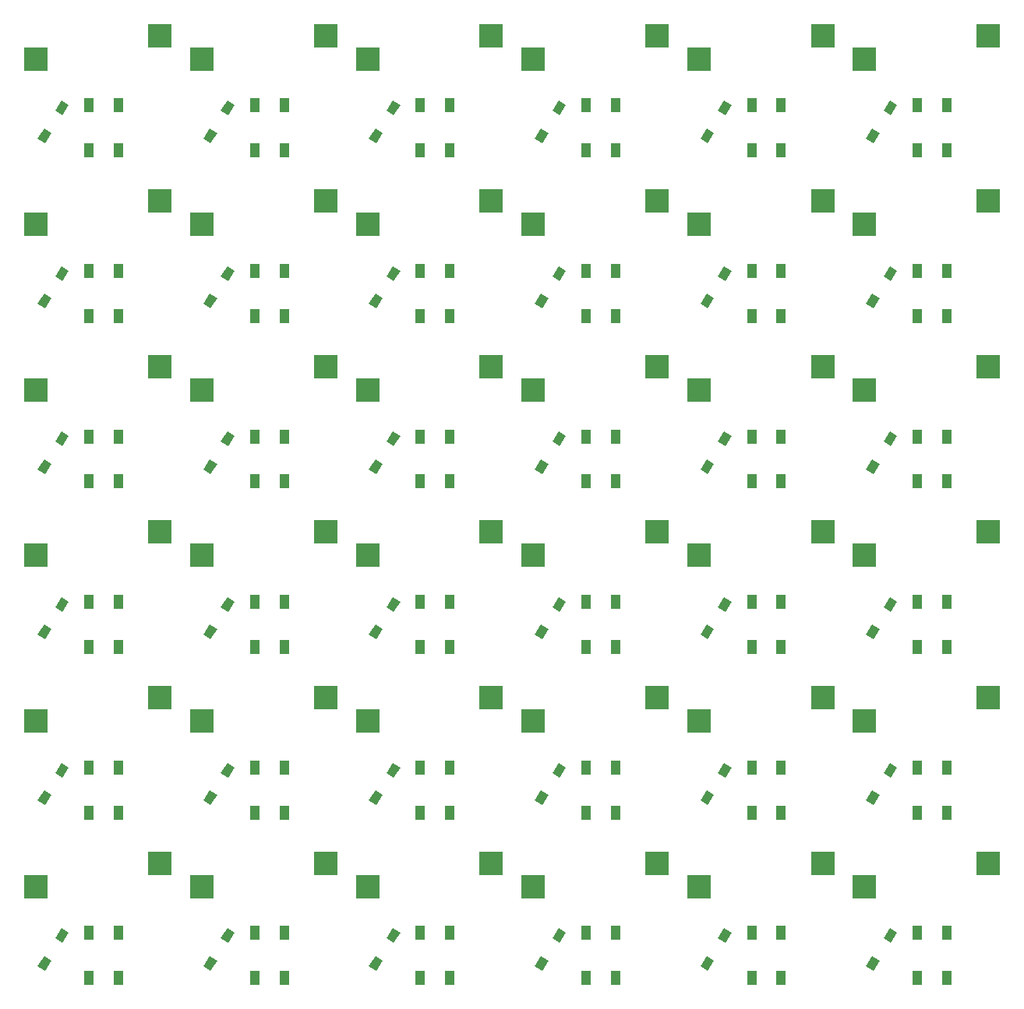
<source format=gbp>
G04 #@! TF.GenerationSoftware,KiCad,Pcbnew,(5.1.5-0-10_14)*
G04 #@! TF.CreationDate,2020-05-05T10:05:08-04:00*
G04 #@! TF.ProjectId,plate,706c6174-652e-46b6-9963-61645f706362,1*
G04 #@! TF.SameCoordinates,Original*
G04 #@! TF.FileFunction,Paste,Bot*
G04 #@! TF.FilePolarity,Positive*
%FSLAX46Y46*%
G04 Gerber Fmt 4.6, Leading zero omitted, Abs format (unit mm)*
G04 Created by KiCad (PCBNEW (5.1.5-0-10_14)) date 2020-05-05 10:05:08*
%MOMM*%
%LPD*%
G04 APERTURE LIST*
%ADD10C,0.100000*%
%ADD11R,2.550000X2.500000*%
%ADD12R,1.000000X1.500000*%
G04 APERTURE END LIST*
D10*
G36*
X88153780Y-129424382D02*
G01*
X87352558Y-128913947D01*
X88051048Y-127817538D01*
X88852270Y-128327973D01*
X88153780Y-129424382D01*
G37*
G36*
X86246366Y-132418422D02*
G01*
X85445144Y-131907987D01*
X86143634Y-130811578D01*
X86944856Y-131322013D01*
X86246366Y-132418422D01*
G37*
D11*
X98735000Y-120735000D03*
X85285000Y-123275000D03*
D12*
X94233600Y-128339400D03*
X91033600Y-128339400D03*
X94233600Y-133239400D03*
X91033600Y-133239400D03*
D10*
G36*
X104246366Y-132418422D02*
G01*
X103445144Y-131907987D01*
X104143634Y-130811578D01*
X104944856Y-131322013D01*
X104246366Y-132418422D01*
G37*
G36*
X106153780Y-129424382D02*
G01*
X105352558Y-128913947D01*
X106051048Y-127817538D01*
X106852270Y-128327973D01*
X106153780Y-129424382D01*
G37*
D11*
X103285000Y-123275000D03*
X116735000Y-120735000D03*
D12*
X109033600Y-133239400D03*
X112233600Y-133239400D03*
X109033600Y-128339400D03*
X112233600Y-128339400D03*
D10*
G36*
X86246366Y-150418422D02*
G01*
X85445144Y-149907987D01*
X86143634Y-148811578D01*
X86944856Y-149322013D01*
X86246366Y-150418422D01*
G37*
G36*
X88153780Y-147424382D02*
G01*
X87352558Y-146913947D01*
X88051048Y-145817538D01*
X88852270Y-146327973D01*
X88153780Y-147424382D01*
G37*
D11*
X85285000Y-141275000D03*
X98735000Y-138735000D03*
D12*
X91033600Y-151239400D03*
X94233600Y-151239400D03*
X91033600Y-146339400D03*
X94233600Y-146339400D03*
D10*
G36*
X106153780Y-147424382D02*
G01*
X105352558Y-146913947D01*
X106051048Y-145817538D01*
X106852270Y-146327973D01*
X106153780Y-147424382D01*
G37*
G36*
X104246366Y-150418422D02*
G01*
X103445144Y-149907987D01*
X104143634Y-148811578D01*
X104944856Y-149322013D01*
X104246366Y-150418422D01*
G37*
D11*
X116735000Y-138735000D03*
X103285000Y-141275000D03*
D12*
X112233600Y-146339400D03*
X109033600Y-146339400D03*
X112233600Y-151239400D03*
X109033600Y-151239400D03*
D10*
G36*
X160153780Y-147424382D02*
G01*
X159352558Y-146913947D01*
X160051048Y-145817538D01*
X160852270Y-146327973D01*
X160153780Y-147424382D01*
G37*
G36*
X158246366Y-150418422D02*
G01*
X157445144Y-149907987D01*
X158143634Y-148811578D01*
X158944856Y-149322013D01*
X158246366Y-150418422D01*
G37*
D11*
X170735000Y-138735000D03*
X157285000Y-141275000D03*
D12*
X181033600Y-151239400D03*
X184233600Y-151239400D03*
X181033600Y-146339400D03*
X184233600Y-146339400D03*
D10*
G36*
X176246366Y-150418422D02*
G01*
X175445144Y-149907987D01*
X176143634Y-148811578D01*
X176944856Y-149322013D01*
X176246366Y-150418422D01*
G37*
G36*
X178153780Y-147424382D02*
G01*
X177352558Y-146913947D01*
X178051048Y-145817538D01*
X178852270Y-146327973D01*
X178153780Y-147424382D01*
G37*
D11*
X175285000Y-141275000D03*
X188735000Y-138735000D03*
D12*
X166233600Y-146339400D03*
X163033600Y-146339400D03*
X166233600Y-151239400D03*
X163033600Y-151239400D03*
X130233600Y-146339400D03*
X127033600Y-146339400D03*
X130233600Y-151239400D03*
X127033600Y-151239400D03*
D11*
X134735000Y-138735000D03*
X121285000Y-141275000D03*
D10*
G36*
X140246366Y-150418422D02*
G01*
X139445144Y-149907987D01*
X140143634Y-148811578D01*
X140944856Y-149322013D01*
X140246366Y-150418422D01*
G37*
G36*
X142153780Y-147424382D02*
G01*
X141352558Y-146913947D01*
X142051048Y-145817538D01*
X142852270Y-146327973D01*
X142153780Y-147424382D01*
G37*
D11*
X139285000Y-141275000D03*
X152735000Y-138735000D03*
D10*
G36*
X124153780Y-147424382D02*
G01*
X123352558Y-146913947D01*
X124051048Y-145817538D01*
X124852270Y-146327973D01*
X124153780Y-147424382D01*
G37*
G36*
X122246366Y-150418422D02*
G01*
X121445144Y-149907987D01*
X122143634Y-148811578D01*
X122944856Y-149322013D01*
X122246366Y-150418422D01*
G37*
D12*
X145033600Y-151239400D03*
X148233600Y-151239400D03*
X145033600Y-146339400D03*
X148233600Y-146339400D03*
D10*
G36*
X158246366Y-132418422D02*
G01*
X157445144Y-131907987D01*
X158143634Y-130811578D01*
X158944856Y-131322013D01*
X158246366Y-132418422D01*
G37*
G36*
X160153780Y-129424382D02*
G01*
X159352558Y-128913947D01*
X160051048Y-127817538D01*
X160852270Y-128327973D01*
X160153780Y-129424382D01*
G37*
D11*
X157285000Y-123275000D03*
X170735000Y-120735000D03*
D12*
X184233600Y-128339400D03*
X181033600Y-128339400D03*
X184233600Y-133239400D03*
X181033600Y-133239400D03*
D10*
G36*
X178153780Y-129424382D02*
G01*
X177352558Y-128913947D01*
X178051048Y-127817538D01*
X178852270Y-128327973D01*
X178153780Y-129424382D01*
G37*
G36*
X176246366Y-132418422D02*
G01*
X175445144Y-131907987D01*
X176143634Y-130811578D01*
X176944856Y-131322013D01*
X176246366Y-132418422D01*
G37*
D11*
X188735000Y-120735000D03*
X175285000Y-123275000D03*
D12*
X163033600Y-133239400D03*
X166233600Y-133239400D03*
X163033600Y-128339400D03*
X166233600Y-128339400D03*
X127033600Y-133239400D03*
X130233600Y-133239400D03*
X127033600Y-128339400D03*
X130233600Y-128339400D03*
D10*
G36*
X142153780Y-129424382D02*
G01*
X141352558Y-128913947D01*
X142051048Y-127817538D01*
X142852270Y-128327973D01*
X142153780Y-129424382D01*
G37*
G36*
X140246366Y-132418422D02*
G01*
X139445144Y-131907987D01*
X140143634Y-130811578D01*
X140944856Y-131322013D01*
X140246366Y-132418422D01*
G37*
D11*
X152735000Y-120735000D03*
X139285000Y-123275000D03*
D12*
X148233600Y-128339400D03*
X145033600Y-128339400D03*
X148233600Y-133239400D03*
X145033600Y-133239400D03*
D10*
G36*
X122246366Y-132418422D02*
G01*
X121445144Y-131907987D01*
X122143634Y-130811578D01*
X122944856Y-131322013D01*
X122246366Y-132418422D01*
G37*
G36*
X124153780Y-129424382D02*
G01*
X123352558Y-128913947D01*
X124051048Y-127817538D01*
X124852270Y-128327973D01*
X124153780Y-129424382D01*
G37*
D11*
X121285000Y-123275000D03*
X134735000Y-120735000D03*
D10*
G36*
X88153780Y-93424382D02*
G01*
X87352558Y-92913947D01*
X88051048Y-91817538D01*
X88852270Y-92327973D01*
X88153780Y-93424382D01*
G37*
G36*
X86246366Y-96418422D02*
G01*
X85445144Y-95907987D01*
X86143634Y-94811578D01*
X86944856Y-95322013D01*
X86246366Y-96418422D01*
G37*
D11*
X98735000Y-84735000D03*
X85285000Y-87275000D03*
D12*
X94233600Y-92339400D03*
X91033600Y-92339400D03*
X94233600Y-97239400D03*
X91033600Y-97239400D03*
D10*
G36*
X104246366Y-96418422D02*
G01*
X103445144Y-95907987D01*
X104143634Y-94811578D01*
X104944856Y-95322013D01*
X104246366Y-96418422D01*
G37*
G36*
X106153780Y-93424382D02*
G01*
X105352558Y-92913947D01*
X106051048Y-91817538D01*
X106852270Y-92327973D01*
X106153780Y-93424382D01*
G37*
D11*
X103285000Y-87275000D03*
X116735000Y-84735000D03*
D12*
X109033600Y-97239400D03*
X112233600Y-97239400D03*
X109033600Y-92339400D03*
X112233600Y-92339400D03*
D10*
G36*
X86246366Y-114418422D02*
G01*
X85445144Y-113907987D01*
X86143634Y-112811578D01*
X86944856Y-113322013D01*
X86246366Y-114418422D01*
G37*
G36*
X88153780Y-111424382D02*
G01*
X87352558Y-110913947D01*
X88051048Y-109817538D01*
X88852270Y-110327973D01*
X88153780Y-111424382D01*
G37*
D11*
X85285000Y-105275000D03*
X98735000Y-102735000D03*
D12*
X91033600Y-115239400D03*
X94233600Y-115239400D03*
X91033600Y-110339400D03*
X94233600Y-110339400D03*
D10*
G36*
X106153780Y-111424382D02*
G01*
X105352558Y-110913947D01*
X106051048Y-109817538D01*
X106852270Y-110327973D01*
X106153780Y-111424382D01*
G37*
G36*
X104246366Y-114418422D02*
G01*
X103445144Y-113907987D01*
X104143634Y-112811578D01*
X104944856Y-113322013D01*
X104246366Y-114418422D01*
G37*
D11*
X116735000Y-102735000D03*
X103285000Y-105275000D03*
D12*
X112233600Y-110339400D03*
X109033600Y-110339400D03*
X112233600Y-115239400D03*
X109033600Y-115239400D03*
D10*
G36*
X160153780Y-111424382D02*
G01*
X159352558Y-110913947D01*
X160051048Y-109817538D01*
X160852270Y-110327973D01*
X160153780Y-111424382D01*
G37*
G36*
X158246366Y-114418422D02*
G01*
X157445144Y-113907987D01*
X158143634Y-112811578D01*
X158944856Y-113322013D01*
X158246366Y-114418422D01*
G37*
D11*
X170735000Y-102735000D03*
X157285000Y-105275000D03*
D12*
X181033600Y-115239400D03*
X184233600Y-115239400D03*
X181033600Y-110339400D03*
X184233600Y-110339400D03*
D10*
G36*
X176246366Y-114418422D02*
G01*
X175445144Y-113907987D01*
X176143634Y-112811578D01*
X176944856Y-113322013D01*
X176246366Y-114418422D01*
G37*
G36*
X178153780Y-111424382D02*
G01*
X177352558Y-110913947D01*
X178051048Y-109817538D01*
X178852270Y-110327973D01*
X178153780Y-111424382D01*
G37*
D11*
X175285000Y-105275000D03*
X188735000Y-102735000D03*
D12*
X166233600Y-110339400D03*
X163033600Y-110339400D03*
X166233600Y-115239400D03*
X163033600Y-115239400D03*
X130233600Y-110339400D03*
X127033600Y-110339400D03*
X130233600Y-115239400D03*
X127033600Y-115239400D03*
D11*
X134735000Y-102735000D03*
X121285000Y-105275000D03*
D10*
G36*
X140246366Y-114418422D02*
G01*
X139445144Y-113907987D01*
X140143634Y-112811578D01*
X140944856Y-113322013D01*
X140246366Y-114418422D01*
G37*
G36*
X142153780Y-111424382D02*
G01*
X141352558Y-110913947D01*
X142051048Y-109817538D01*
X142852270Y-110327973D01*
X142153780Y-111424382D01*
G37*
D11*
X139285000Y-105275000D03*
X152735000Y-102735000D03*
D10*
G36*
X124153780Y-111424382D02*
G01*
X123352558Y-110913947D01*
X124051048Y-109817538D01*
X124852270Y-110327973D01*
X124153780Y-111424382D01*
G37*
G36*
X122246366Y-114418422D02*
G01*
X121445144Y-113907987D01*
X122143634Y-112811578D01*
X122944856Y-113322013D01*
X122246366Y-114418422D01*
G37*
D12*
X145033600Y-115239400D03*
X148233600Y-115239400D03*
X145033600Y-110339400D03*
X148233600Y-110339400D03*
D10*
G36*
X158246366Y-96418422D02*
G01*
X157445144Y-95907987D01*
X158143634Y-94811578D01*
X158944856Y-95322013D01*
X158246366Y-96418422D01*
G37*
G36*
X160153780Y-93424382D02*
G01*
X159352558Y-92913947D01*
X160051048Y-91817538D01*
X160852270Y-92327973D01*
X160153780Y-93424382D01*
G37*
D11*
X157285000Y-87275000D03*
X170735000Y-84735000D03*
D12*
X184233600Y-92339400D03*
X181033600Y-92339400D03*
X184233600Y-97239400D03*
X181033600Y-97239400D03*
D10*
G36*
X178153780Y-93424382D02*
G01*
X177352558Y-92913947D01*
X178051048Y-91817538D01*
X178852270Y-92327973D01*
X178153780Y-93424382D01*
G37*
G36*
X176246366Y-96418422D02*
G01*
X175445144Y-95907987D01*
X176143634Y-94811578D01*
X176944856Y-95322013D01*
X176246366Y-96418422D01*
G37*
D11*
X188735000Y-84735000D03*
X175285000Y-87275000D03*
D12*
X163033600Y-97239400D03*
X166233600Y-97239400D03*
X163033600Y-92339400D03*
X166233600Y-92339400D03*
X127033600Y-97239400D03*
X130233600Y-97239400D03*
X127033600Y-92339400D03*
X130233600Y-92339400D03*
D10*
G36*
X142153780Y-93424382D02*
G01*
X141352558Y-92913947D01*
X142051048Y-91817538D01*
X142852270Y-92327973D01*
X142153780Y-93424382D01*
G37*
G36*
X140246366Y-96418422D02*
G01*
X139445144Y-95907987D01*
X140143634Y-94811578D01*
X140944856Y-95322013D01*
X140246366Y-96418422D01*
G37*
D11*
X152735000Y-84735000D03*
X139285000Y-87275000D03*
D12*
X148233600Y-92339400D03*
X145033600Y-92339400D03*
X148233600Y-97239400D03*
X145033600Y-97239400D03*
D10*
G36*
X122246366Y-96418422D02*
G01*
X121445144Y-95907987D01*
X122143634Y-94811578D01*
X122944856Y-95322013D01*
X122246366Y-96418422D01*
G37*
G36*
X124153780Y-93424382D02*
G01*
X123352558Y-92913947D01*
X124051048Y-91817538D01*
X124852270Y-92327973D01*
X124153780Y-93424382D01*
G37*
D11*
X121285000Y-87275000D03*
X134735000Y-84735000D03*
D10*
G36*
X88153780Y-75424382D02*
G01*
X87352558Y-74913947D01*
X88051048Y-73817538D01*
X88852270Y-74327973D01*
X88153780Y-75424382D01*
G37*
G36*
X86246366Y-78418422D02*
G01*
X85445144Y-77907987D01*
X86143634Y-76811578D01*
X86944856Y-77322013D01*
X86246366Y-78418422D01*
G37*
D11*
X98735000Y-66735000D03*
X85285000Y-69275000D03*
D12*
X94233600Y-74339400D03*
X91033600Y-74339400D03*
X94233600Y-79239400D03*
X91033600Y-79239400D03*
D10*
G36*
X104246366Y-78418422D02*
G01*
X103445144Y-77907987D01*
X104143634Y-76811578D01*
X104944856Y-77322013D01*
X104246366Y-78418422D01*
G37*
G36*
X106153780Y-75424382D02*
G01*
X105352558Y-74913947D01*
X106051048Y-73817538D01*
X106852270Y-74327973D01*
X106153780Y-75424382D01*
G37*
D11*
X103285000Y-69275000D03*
X116735000Y-66735000D03*
D12*
X109033600Y-79239400D03*
X112233600Y-79239400D03*
X109033600Y-74339400D03*
X112233600Y-74339400D03*
D10*
G36*
X158246366Y-78418422D02*
G01*
X157445144Y-77907987D01*
X158143634Y-76811578D01*
X158944856Y-77322013D01*
X158246366Y-78418422D01*
G37*
G36*
X160153780Y-75424382D02*
G01*
X159352558Y-74913947D01*
X160051048Y-73817538D01*
X160852270Y-74327973D01*
X160153780Y-75424382D01*
G37*
D11*
X157285000Y-69275000D03*
X170735000Y-66735000D03*
D12*
X184233600Y-74339400D03*
X181033600Y-74339400D03*
X184233600Y-79239400D03*
X181033600Y-79239400D03*
D10*
G36*
X178153780Y-75424382D02*
G01*
X177352558Y-74913947D01*
X178051048Y-73817538D01*
X178852270Y-74327973D01*
X178153780Y-75424382D01*
G37*
G36*
X176246366Y-78418422D02*
G01*
X175445144Y-77907987D01*
X176143634Y-76811578D01*
X176944856Y-77322013D01*
X176246366Y-78418422D01*
G37*
D11*
X188735000Y-66735000D03*
X175285000Y-69275000D03*
D12*
X163033600Y-79239400D03*
X166233600Y-79239400D03*
X163033600Y-74339400D03*
X166233600Y-74339400D03*
X127033600Y-79239400D03*
X130233600Y-79239400D03*
X127033600Y-74339400D03*
X130233600Y-74339400D03*
D10*
G36*
X142153780Y-75424382D02*
G01*
X141352558Y-74913947D01*
X142051048Y-73817538D01*
X142852270Y-74327973D01*
X142153780Y-75424382D01*
G37*
G36*
X140246366Y-78418422D02*
G01*
X139445144Y-77907987D01*
X140143634Y-76811578D01*
X140944856Y-77322013D01*
X140246366Y-78418422D01*
G37*
D11*
X152735000Y-66735000D03*
X139285000Y-69275000D03*
D12*
X148233600Y-74339400D03*
X145033600Y-74339400D03*
X148233600Y-79239400D03*
X145033600Y-79239400D03*
D10*
G36*
X122246366Y-78418422D02*
G01*
X121445144Y-77907987D01*
X122143634Y-76811578D01*
X122944856Y-77322013D01*
X122246366Y-78418422D01*
G37*
G36*
X124153780Y-75424382D02*
G01*
X123352558Y-74913947D01*
X124051048Y-73817538D01*
X124852270Y-74327973D01*
X124153780Y-75424382D01*
G37*
D11*
X121285000Y-69275000D03*
X134735000Y-66735000D03*
D10*
G36*
X160153780Y-57424382D02*
G01*
X159352558Y-56913947D01*
X160051048Y-55817538D01*
X160852270Y-56327973D01*
X160153780Y-57424382D01*
G37*
G36*
X158246366Y-60418422D02*
G01*
X157445144Y-59907987D01*
X158143634Y-58811578D01*
X158944856Y-59322013D01*
X158246366Y-60418422D01*
G37*
D11*
X170735000Y-48735000D03*
X157285000Y-51275000D03*
D12*
X166233600Y-56339400D03*
X163033600Y-56339400D03*
X166233600Y-61239400D03*
X163033600Y-61239400D03*
D10*
G36*
X176246366Y-60418422D02*
G01*
X175445144Y-59907987D01*
X176143634Y-58811578D01*
X176944856Y-59322013D01*
X176246366Y-60418422D01*
G37*
G36*
X178153780Y-57424382D02*
G01*
X177352558Y-56913947D01*
X178051048Y-55817538D01*
X178852270Y-56327973D01*
X178153780Y-57424382D01*
G37*
D11*
X175285000Y-51275000D03*
X188735000Y-48735000D03*
D12*
X181033600Y-61239400D03*
X184233600Y-61239400D03*
X181033600Y-56339400D03*
X184233600Y-56339400D03*
D10*
G36*
X124153780Y-57424382D02*
G01*
X123352558Y-56913947D01*
X124051048Y-55817538D01*
X124852270Y-56327973D01*
X124153780Y-57424382D01*
G37*
G36*
X122246366Y-60418422D02*
G01*
X121445144Y-59907987D01*
X122143634Y-58811578D01*
X122944856Y-59322013D01*
X122246366Y-60418422D01*
G37*
D11*
X134735000Y-48735000D03*
X121285000Y-51275000D03*
D12*
X130233600Y-56339400D03*
X127033600Y-56339400D03*
X130233600Y-61239400D03*
X127033600Y-61239400D03*
D10*
G36*
X140246366Y-60418422D02*
G01*
X139445144Y-59907987D01*
X140143634Y-58811578D01*
X140944856Y-59322013D01*
X140246366Y-60418422D01*
G37*
G36*
X142153780Y-57424382D02*
G01*
X141352558Y-56913947D01*
X142051048Y-55817538D01*
X142852270Y-56327973D01*
X142153780Y-57424382D01*
G37*
D11*
X139285000Y-51275000D03*
X152735000Y-48735000D03*
D12*
X145033600Y-61239400D03*
X148233600Y-61239400D03*
X145033600Y-56339400D03*
X148233600Y-56339400D03*
D10*
G36*
X106153780Y-57424382D02*
G01*
X105352558Y-56913947D01*
X106051048Y-55817538D01*
X106852270Y-56327973D01*
X106153780Y-57424382D01*
G37*
G36*
X104246366Y-60418422D02*
G01*
X103445144Y-59907987D01*
X104143634Y-58811578D01*
X104944856Y-59322013D01*
X104246366Y-60418422D01*
G37*
D11*
X116735000Y-48735000D03*
X103285000Y-51275000D03*
D12*
X112233600Y-56339400D03*
X109033600Y-56339400D03*
X112233600Y-61239400D03*
X109033600Y-61239400D03*
X91033600Y-61239400D03*
X94233600Y-61239400D03*
X91033600Y-56339400D03*
X94233600Y-56339400D03*
D11*
X85285000Y-51275000D03*
X98735000Y-48735000D03*
D10*
G36*
X86246366Y-60418422D02*
G01*
X85445144Y-59907987D01*
X86143634Y-58811578D01*
X86944856Y-59322013D01*
X86246366Y-60418422D01*
G37*
G36*
X88153780Y-57424382D02*
G01*
X87352558Y-56913947D01*
X88051048Y-55817538D01*
X88852270Y-56327973D01*
X88153780Y-57424382D01*
G37*
M02*

</source>
